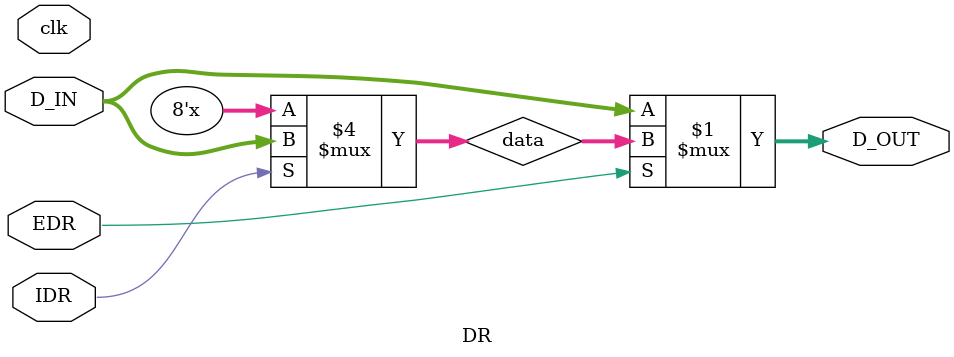
<source format=v>
`timescale 1ns / 1ps
module DR(
input wire clk,
input wire IDR,
input wire EDR,
input wire [7:0]D_IN,
output wire [7:0]D_OUT
    );
 reg [7:0]data;
// reg [7:0]data_out;
  assign D_OUT=(EDR)?data:D_IN;
 always @(*)
 begin
 if(IDR)
 begin
 data=D_IN;
 end 
 end
  
endmodule



</source>
